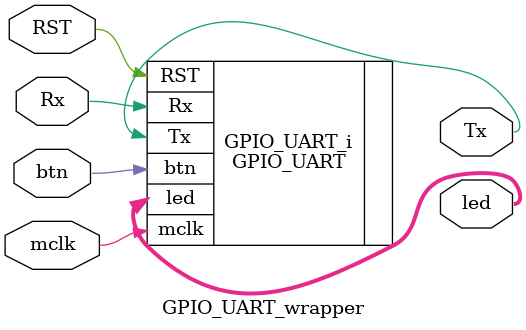
<source format=v>
`timescale 1 ps / 1 ps

module GPIO_UART_wrapper
   (RST,
    Rx,
    Tx,
    btn,
    led,
    mclk);
  input RST;
  input Rx;
  output Tx;
  input [0:0]btn;
  output [3:0]led;
  input mclk;

  wire RST;
  wire Rx;
  wire Tx;
  wire [0:0]btn;
  wire [3:0]led;
  wire mclk;

  GPIO_UART GPIO_UART_i
       (.RST(RST),
        .Rx(Rx),
        .Tx(Tx),
        .btn(btn),
        .led(led),
        .mclk(mclk));
endmodule

</source>
